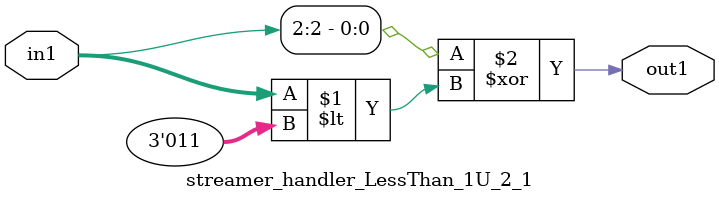
<source format=v>

`timescale 1ps / 1ps


module streamer_handler_LessThan_1U_2_1( in1, out1 );

    input [2:0] in1;
    output out1;

    
    // rtl_process:streamer_handler_LessThan_1U_2_1/streamer_handler_LessThan_1U_2_1_thread_1
    assign out1 = (in1[2] ^ in1 < 3'd3);

endmodule


</source>
